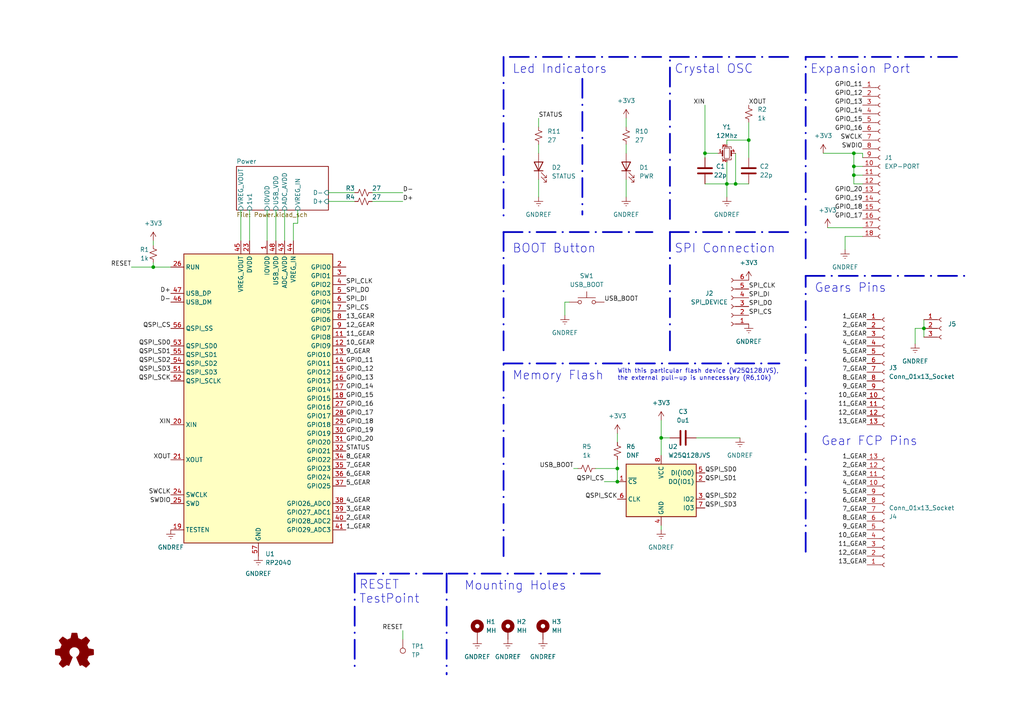
<source format=kicad_sch>
(kicad_sch (version 20230121) (generator eeschema)
  (paper "A4")
  (title_block (title "CAE32 Shifter") (date "2023-09-03") (rev "1.1") (comment 1 "Desing by: janc18"))
  (lib_symbols
    (symbol "Connector:Conn_01x03_Socket" (pin_names (offset 1.016) hide)
      (property "Reference" "J" (at 0 5.08 0))
      (property "Value" "Conn_01x03_Socket" (at 0 -5.08 0))
      (symbol "Conn_01x03_Socket_1_1"
        (arc (start 0 -2.032) (mid -0.5058 -2.54) (end 0 -3.048) (stroke (width 0.1524)))
        (polyline (pts (xy -1.27 -2.54) (xy -0.508 -2.54)) (stroke (width 0.1524)))
        (polyline (pts (xy -1.27 0) (xy -0.508 0)) (stroke (width 0.1524)))
        (polyline (pts (xy -1.27 2.54) (xy -0.508 2.54)) (stroke (width 0.1524)))
        (arc (start 0 0.508) (mid -0.5058 0) (end 0 -0.508) (stroke (width 0.1524)))
        (arc (start 0 3.048) (mid -0.5058 2.54) (end 0 2.032) (stroke (width 0.1524)))
        (pin passive line (at -5.08 2.54 0) (length 3.81) (name "Pin_1") (number "1"))
        (pin passive line (at -5.08 0 0) (length 3.81) (name "Pin_2") (number "2"))
        (pin passive line (at -5.08 -2.54 0) (length 3.81) (name "Pin_3") (number "3"))
      )
    )
    (symbol "Connector:Conn_01x06_Female" (pin_names (offset 1.016) hide)
      (property "Reference" "J" (at 0 7.62 0))
      (property "Value" "Conn_01x06_Female" (at 0 -10.16 0))
      (symbol "Conn_01x06_Female_1_1"
        (arc (start 0 -7.112) (mid -0.5058 -7.62) (end 0 -8.128) (stroke (width 0.1524)))
        (arc (start 0 -4.572) (mid -0.5058 -5.08) (end 0 -5.588) (stroke (width 0.1524)))
        (arc (start 0 -2.032) (mid -0.5058 -2.54) (end 0 -3.048) (stroke (width 0.1524)))
        (polyline (pts (xy -1.27 -7.62) (xy -0.508 -7.62)) (stroke (width 0.1524)))
        (polyline (pts (xy -1.27 -5.08) (xy -0.508 -5.08)) (stroke (width 0.1524)))
        (polyline (pts (xy -1.27 -2.54) (xy -0.508 -2.54)) (stroke (width 0.1524)))
        (polyline (pts (xy -1.27 0) (xy -0.508 0)) (stroke (width 0.1524)))
        (polyline (pts (xy -1.27 2.54) (xy -0.508 2.54)) (stroke (width 0.1524)))
        (polyline (pts (xy -1.27 5.08) (xy -0.508 5.08)) (stroke (width 0.1524)))
        (arc (start 0 0.508) (mid -0.5058 0) (end 0 -0.508) (stroke (width 0.1524)))
        (arc (start 0 3.048) (mid -0.5058 2.54) (end 0 2.032) (stroke (width 0.1524)))
        (arc (start 0 5.588) (mid -0.5058 5.08) (end 0 4.572) (stroke (width 0.1524)))
        (pin passive line (at -5.08 5.08 0) (length 3.81) (name "Pin_1") (number "1"))
        (pin passive line (at -5.08 2.54 0) (length 3.81) (name "Pin_2") (number "2"))
        (pin passive line (at -5.08 0 0) (length 3.81) (name "Pin_3") (number "3"))
        (pin passive line (at -5.08 -2.54 0) (length 3.81) (name "Pin_4") (number "4"))
        (pin passive line (at -5.08 -5.08 0) (length 3.81) (name "Pin_5") (number "5"))
        (pin passive line (at -5.08 -7.62 0) (length 3.81) (name "Pin_6") (number "6"))
      )
    )
    (symbol "Connector:Conn_01x13_Socket" (pin_names (offset 1.016) hide)
      (property "Reference" "J" (at 0 17.78 0))
      (property "Value" "Conn_01x13_Socket" (at 0 -17.78 0))
      (symbol "Conn_01x13_Socket_1_1"
        (arc (start 0 -14.732) (mid -0.5058 -15.24) (end 0 -15.748) (stroke (width 0.1524)))
        (arc (start 0 -12.192) (mid -0.5058 -12.7) (end 0 -13.208) (stroke (width 0.1524)))
        (arc (start 0 -9.652) (mid -0.5058 -10.16) (end 0 -10.668) (stroke (width 0.1524)))
        (arc (start 0 -7.112) (mid -0.5058 -7.62) (end 0 -8.128) (stroke (width 0.1524)))
        (arc (start 0 -4.572) (mid -0.5058 -5.08) (end 0 -5.588) (stroke (width 0.1524)))
        (arc (start 0 -2.032) (mid -0.5058 -2.54) (end 0 -3.048) (stroke (width 0.1524)))
        (polyline (pts (xy -1.27 -15.24) (xy -0.508 -15.24)) (stroke (width 0.1524)))
        (polyline (pts (xy -1.27 -12.7) (xy -0.508 -12.7)) (stroke (width 0.1524)))
        (polyline (pts (xy -1.27 -10.16) (xy -0.508 -10.16)) (stroke (width 0.1524)))
        (polyline (pts (xy -1.27 -7.62) (xy -0.508 -7.62)) (stroke (width 0.1524)))
        (polyline (pts (xy -1.27 -5.08) (xy -0.508 -5.08)) (stroke (width 0.1524)))
        (polyline (pts (xy -1.27 -2.54) (xy -0.508 -2.54)) (stroke (width 0.1524)))
        (polyline (pts (xy -1.27 0) (xy -0.508 0)) (stroke (width 0.1524)))
        (polyline (pts (xy -1.27 2.54) (xy -0.508 2.54)) (stroke (width 0.1524)))
        (polyline (pts (xy -1.27 5.08) (xy -0.508 5.08)) (stroke (width 0.1524)))
        (polyline (pts (xy -1.27 7.62) (xy -0.508 7.62)) (stroke (width 0.1524)))
        (polyline (pts (xy -1.27 10.16) (xy -0.508 10.16)) (stroke (width 0.1524)))
        (polyline (pts (xy -1.27 12.7) (xy -0.508 12.7)) (stroke (width 0.1524)))
        (polyline (pts (xy -1.27 15.24) (xy -0.508 15.24)) (stroke (width 0.1524)))
        (arc (start 0 0.508) (mid -0.5058 0) (end 0 -0.508) (stroke (width 0.1524)))
        (arc (start 0 3.048) (mid -0.5058 2.54) (end 0 2.032) (stroke (width 0.1524)))
        (arc (start 0 5.588) (mid -0.5058 5.08) (end 0 4.572) (stroke (width 0.1524)))
        (arc (start 0 8.128) (mid -0.5058 7.62) (end 0 7.112) (stroke (width 0.1524)))
        (arc (start 0 10.668) (mid -0.5058 10.16) (end 0 9.652) (stroke (width 0.1524)))
        (arc (start 0 13.208) (mid -0.5058 12.7) (end 0 12.192) (stroke (width 0.1524)))
        (arc (start 0 15.748) (mid -0.5058 15.24) (end 0 14.732) (stroke (width 0.1524)))
        (pin passive line (at -5.08 15.24 0) (length 3.81) (name "Pin_1") (number "1"))
        (pin passive line (at -5.08 -7.62 0) (length 3.81) (name "Pin_10") (number "10"))
        (pin passive line (at -5.08 -10.16 0) (length 3.81) (name "Pin_11") (number "11"))
        (pin passive line (at -5.08 -12.7 0) (length 3.81) (name "Pin_12") (number "12"))
        (pin passive line (at -5.08 -15.24 0) (length 3.81) (name "Pin_13") (number "13"))
        (pin passive line (at -5.08 12.7 0) (length 3.81) (name "Pin_2") (number "2"))
        (pin passive line (at -5.08 10.16 0) (length 3.81) (name "Pin_3") (number "3"))
        (pin passive line (at -5.08 7.62 0) (length 3.81) (name "Pin_4") (number "4"))
        (pin passive line (at -5.08 5.08 0) (length 3.81) (name "Pin_5") (number "5"))
        (pin passive line (at -5.08 2.54 0) (length 3.81) (name "Pin_6") (number "6"))
        (pin passive line (at -5.08 0 0) (length 3.81) (name "Pin_7") (number "7"))
        (pin passive line (at -5.08 -2.54 0) (length 3.81) (name "Pin_8") (number "8"))
        (pin passive line (at -5.08 -5.08 0) (length 3.81) (name "Pin_9") (number "9"))
      )
    )
    (symbol "Connector:Conn_01x18_Female" (pin_names (offset 1.016) hide)
      (property "Reference" "J" (at 0 22.86 0))
      (property "Value" "Conn_01x18_Female" (at 0 -25.4 0))
      (symbol "Conn_01x18_Female_1_1"
        (arc (start 0 -22.352) (mid -0.5058 -22.86) (end 0 -23.368) (stroke (width 0.1524)))
        (arc (start 0 -19.812) (mid -0.5058 -20.32) (end 0 -20.828) (stroke (width 0.1524)))
        (arc (start 0 -17.272) (mid -0.5058 -17.78) (end 0 -18.288) (stroke (width 0.1524)))
        (arc (start 0 -14.732) (mid -0.5058 -15.24) (end 0 -15.748) (stroke (width 0.1524)))
        (arc (start 0 -12.192) (mid -0.5058 -12.7) (end 0 -13.208) (stroke (width 0.1524)))
        (arc (start 0 -9.652) (mid -0.5058 -10.16) (end 0 -10.668) (stroke (width 0.1524)))
        (arc (start 0 -7.112) (mid -0.5058 -7.62) (end 0 -8.128) (stroke (width 0.1524)))
        (arc (start 0 -4.572) (mid -0.5058 -5.08) (end 0 -5.588) (stroke (width 0.1524)))
        (arc (start 0 -2.032) (mid -0.5058 -2.54) (end 0 -3.048) (stroke (width 0.1524)))
        (polyline (pts (xy -1.27 -22.86) (xy -0.508 -22.86)) (stroke (width 0.1524)))
        (polyline (pts (xy -1.27 -20.32) (xy -0.508 -20.32)) (stroke (width 0.1524)))
        (polyline (pts (xy -1.27 -17.78) (xy -0.508 -17.78)) (stroke (width 0.1524)))
        (polyline (pts (xy -1.27 -15.24) (xy -0.508 -15.24)) (stroke (width 0.1524)))
        (polyline (pts (xy -1.27 -12.7) (xy -0.508 -12.7)) (stroke (width 0.1524)))
        (polyline (pts (xy -1.27 -10.16) (xy -0.508 -10.16)) (stroke (width 0.1524)))
        (polyline (pts (xy -1.27 -7.62) (xy -0.508 -7.62)) (stroke (width 0.1524)))
        (polyline (pts (xy -1.27 -5.08) (xy -0.508 -5.08)) (stroke (width 0.1524)))
        (polyline (pts (xy -1.27 -2.54) (xy -0.508 -2.54)) (stroke (width 0.1524)))
        (polyline (pts (xy -1.27 0) (xy -0.508 0)) (stroke (width 0.1524)))
        (polyline (pts (xy -1.27 2.54) (xy -0.508 2.54)) (stroke (width 0.1524)))
        (polyline (pts (xy -1.27 5.08) (xy -0.508 5.08)) (stroke (width 0.1524)))
        (polyline (pts (xy -1.27 7.62) (xy -0.508 7.62)) (stroke (width 0.1524)))
        (polyline (pts (xy -1.27 10.16) (xy -0.508 10.16)) (stroke (width 0.1524)))
        (polyline (pts (xy -1.27 12.7) (xy -0.508 12.7)) (stroke (width 0.1524)))
        (polyline (pts (xy -1.27 15.24) (xy -0.508 15.24)) (stroke (width 0.1524)))
        (polyline (pts (xy -1.27 17.78) (xy -0.508 17.78)) (stroke (width 0.1524)))
        (polyline (pts (xy -1.27 20.32) (xy -0.508 20.32)) (stroke (width 0.1524)))
        (arc (start 0 0.508) (mid -0.5058 0) (end 0 -0.508) (stroke (width 0.1524)))
        (arc (start 0 3.048) (mid -0.5058 2.54) (end 0 2.032) (stroke (width 0.1524)))
        (arc (start 0 5.588) (mid -0.5058 5.08) (end 0 4.572) (stroke (width 0.1524)))
        (arc (start 0 8.128) (mid -0.5058 7.62) (end 0 7.112) (stroke (width 0.1524)))
        (arc (start 0 10.668) (mid -0.5058 10.16) (end 0 9.652) (stroke (width 0.1524)))
        (arc (start 0 13.208) (mid -0.5058 12.7) (end 0 12.192) (stroke (width 0.1524)))
        (arc (start 0 15.748) (mid -0.5058 15.24) (end 0 14.732) (stroke (width 0.1524)))
        (arc (start 0 18.288) (mid -0.5058 17.78) (end 0 17.272) (stroke (width 0.1524)))
        (arc (start 0 20.828) (mid -0.5058 20.32) (end 0 19.812) (stroke (width 0.1524)))
        (pin passive line (at -5.08 20.32 0) (length 3.81) (name "Pin_1") (number "1"))
        (pin passive line (at -5.08 -2.54 0) (length 3.81) (name "Pin_10") (number "10"))
        (pin passive line (at -5.08 -5.08 0) (length 3.81) (name "Pin_11") (number "11"))
        (pin passive line (at -5.08 -7.62 0) (length 3.81) (name "Pin_12") (number "12"))
        (pin passive line (at -5.08 -10.16 0) (length 3.81) (name "Pin_13") (number "13"))
        (pin passive line (at -5.08 -12.7 0) (length 3.81) (name "Pin_14") (number "14"))
        (pin passive line (at -5.08 -15.24 0) (length 3.81) (name "Pin_15") (number "15"))
        (pin passive line (at -5.08 -17.78 0) (length 3.81) (name "Pin_16") (number "16"))
        (pin passive line (at -5.08 -20.32 0) (length 3.81) (name "Pin_17") (number "17"))
        (pin passive line (at -5.08 -22.86 0) (length 3.81) (name "Pin_18") (number "18"))
        (pin passive line (at -5.08 17.78 0) (length 3.81) (name "Pin_2") (number "2"))
        (pin passive line (at -5.08 15.24 0) (length 3.81) (name "Pin_3") (number "3"))
        (pin passive line (at -5.08 12.7 0) (length 3.81) (name "Pin_4") (number "4"))
        (pin passive line (at -5.08 10.16 0) (length 3.81) (name "Pin_5") (number "5"))
        (pin passive line (at -5.08 7.62 0) (length 3.81) (name "Pin_6") (number "6"))
        (pin passive line (at -5.08 5.08 0) (length 3.81) (name "Pin_7") (number "7"))
        (pin passive line (at -5.08 2.54 0) (length 3.81) (name "Pin_8") (number "8"))
        (pin passive line (at -5.08 0 0) (length 3.81) (name "Pin_9") (number "9"))
      )
    )
    (symbol "Connector:TestPoint" (pin_numbers hide) (pin_names (offset 0.762) hide)
      (property "Reference" "TP" (at 0 6.858 0))
      (property "Value" "TestPoint" (at 0 5.08 0))
      (symbol "TestPoint_0_1"
        (circle (center 0 3.302) (radius 0.762))
      )
      (symbol "TestPoint_1_1"
        (pin passive line (at 0 0 90) (length 2.54) (name "1") (number "1"))
      )
    )
    (symbol "Device:C" (pin_numbers hide) (pin_names (offset 0.254))
      (property "Reference" "C" (at 0.635 2.54 0))
      (property "Value" "C" (at 0.635 -2.54 0))
      (symbol "C_0_1"
        (polyline (pts (xy -2.032 -0.762) (xy 2.032 -0.762)) (stroke (width 0.508)))
        (polyline (pts (xy -2.032 0.762) (xy 2.032 0.762)) (stroke (width 0.508)))
      )
      (symbol "C_1_1"
        (pin passive line (at 0 3.81 270) (length 2.794) (name "~") (number "1"))
        (pin passive line (at 0 -3.81 90) (length 2.794) (name "~") (number "2"))
      )
    )
    (symbol "Device:Crystal_GND23_Small" (pin_names (offset 1.016) hide)
      (property "Reference" "Y" (at 1.27 4.445 0))
      (property "Value" "Crystal_GND23_Small" (at 1.27 2.54 0))
      (symbol "Crystal_GND23_Small_0_1"
        (rectangle (start -0.762 -1.524) (end 0.762 1.524))
        (polyline (pts (xy -1.27 -0.762) (xy -1.27 0.762)) (stroke (width 0.381)))
        (polyline (pts (xy 1.27 -0.762) (xy 1.27 0.762)) (stroke (width 0.381)))
        (polyline (pts (xy -1.27 -1.27) (xy -1.27 -1.905) (xy 1.27 -1.905) (xy 1.27 -1.27)))
        (polyline (pts (xy -1.27 1.27) (xy -1.27 1.905) (xy 1.27 1.905) (xy 1.27 1.27)))
      )
      (symbol "Crystal_GND23_Small_1_1"
        (pin passive line (at -2.54 0 0) (length 1.27) (name "1") (number "1"))
        (pin passive line (at 0 -2.54 90) (length 0.635) (name "2") (number "2"))
        (pin passive line (at 0 2.54 270) (length 0.635) (name "3") (number "3"))
        (pin passive line (at 2.54 0 180) (length 1.27) (name "4") (number "4"))
      )
    )
    (symbol "Device:LED" (pin_numbers hide) (pin_names (offset 1.016) hide)
      (property "Reference" "D" (at 0 2.54 0))
      (property "Value" "LED" (at 0 -2.54 0))
      (symbol "LED_0_1"
        (polyline (pts (xy -1.27 -1.27) (xy -1.27 1.27)) (stroke (width 0.254)))
        (polyline (pts (xy -1.27 0) (xy 1.27 0)))
        (polyline (pts (xy 1.27 -1.27) (xy 1.27 1.27) (xy -1.27 0) (xy 1.27 -1.27)) (stroke (width 0.254)))
        (polyline (pts (xy -3.048 -0.762) (xy -4.572 -2.286) (xy -3.81 -2.286) (xy -4.572 -2.286) (xy -4.572 -1.524)))
        (polyline (pts (xy -1.778 -0.762) (xy -3.302 -2.286) (xy -2.54 -2.286) (xy -3.302 -2.286) (xy -3.302 -1.524)))
      )
      (symbol "LED_1_1"
        (pin passive line (at -3.81 0 0) (length 2.54) (name "K") (number "1"))
        (pin passive line (at 3.81 0 180) (length 2.54) (name "A") (number "2"))
      )
    )
    (symbol "Device:R_Small_US" (pin_numbers hide) (pin_names (offset 0.254) hide)
      (property "Reference" "R" (at 0.762 0.508 0))
      (property "Value" "R_Small_US" (at 0.762 -1.016 0))
      (symbol "R_Small_US_1_1"
        (polyline (pts (xy 0 0) (xy 1.016 -0.381) (xy 0 -0.762) (xy -1.016 -1.143) (xy 0 -1.524)))
        (polyline (pts (xy 0 1.524) (xy 1.016 1.143) (xy 0 0.762) (xy -1.016 0.381) (xy 0 0)))
        (pin passive line (at 0 2.54 270) (length 1.016) (name "~") (number "1"))
        (pin passive line (at 0 -2.54 90) (length 1.016) (name "~") (number "2"))
      )
    )
    (symbol "Graphic:Logo_Open_Hardware_Small" (in_bom no) (on_board no)
      (symbol "Logo_Open_Hardware_Small_0_1"
        (polyline (pts (xy 3.3528 -4.3434) (xy 3.302 -4.318) (xy 3.175 -4.2418) (xy 2.9972 -4.1148) (xy 2.7686 -3.9624) (xy 2.54 -3.81) (xy 2.3622 -3.7084) (xy 2.2352 -3.6068) (xy 2.1844 -3.5814) (xy 2.159 -3.6068) (xy 2.0574 -3.6576) (xy 1.905 -3.7338) (xy 1.8034 -3.7846) (xy 1.6764 -3.8354) (xy 1.6002 -3.8354) (xy 1.6002 -3.8354) (xy 1.5494 -3.7338) (xy 1.4732 -3.5306) (xy 1.3462 -3.302) (xy 1.2446 -3.0226) (xy 1.1176 -2.7178) (xy 0.9652 -2.413) (xy 0.8636 -2.1082) (xy 0.7366 -1.8288) (xy 0.6604 -1.6256) (xy 0.6096 -1.4732) (xy 0.5842 -1.397) (xy 0.5842 -1.397) (xy 0.6604 -1.3208) (xy 0.7874 -1.2446) (xy 1.0414 -1.016) (xy 1.2954 -0.6858) (xy 1.4478 -0.3302) (xy 1.524 0.0762) (xy 1.4732 0.4572) (xy 1.3208 0.8128) (xy 1.0668 1.143) (xy 0.762 1.3716) (xy 0.4064 1.524) (xy 0 1.5748) (xy -0.381 1.5494) (xy -0.7366 1.397) (xy -1.0668 1.143) (xy -1.2192 0.9906) (xy -1.397 0.6604) (xy -1.524 0.3048) (xy -1.524 0.2286) (xy -1.4986 -0.1778) (xy -1.397 -0.5334) (xy -1.1938 -0.8636) (xy -0.9144 -1.143) (xy -0.8636 -1.1684) (xy -0.7366 -1.27) (xy -0.635 -1.3462) (xy -0.5842 -1.397) (xy -1.0668 -2.5908) (xy -1.143 -2.794) (xy -1.2954 -3.1242) (xy -1.397 -3.4036) (xy -1.4986 -3.6322) (xy -1.5748 -3.7846) (xy -1.6002 -3.8354) (xy -1.6002 -3.8354) (xy -1.651 -3.8354) (xy -1.7272 -3.81) (xy -1.905 -3.7338) (xy -2.0066 -3.683) (xy -2.1336 -3.6068) (xy -2.2098 -3.5814) (xy -2.2606 -3.6068) (xy -2.3622 -3.683) (xy -2.54 -3.81) (xy -2.7686 -3.9624) (xy -2.9718 -4.0894) (xy -3.1496 -4.2164) (xy -3.302 -4.318) (xy -3.3528 -4.3434) (xy -3.3782 -4.3434) (xy -3.429 -4.318) (xy -3.5306 -4.2164) (xy -3.7084 -4.064) (xy -3.937 -3.8354) (xy -3.9624 -3.81) (xy -4.1656 -3.6068) (xy -4.318 -3.4544) (xy -4.4196 -3.3274) (xy -4.445 -3.2766) (xy -4.445 -3.2766) (xy -4.4196 -3.2258) (xy -4.318 -3.0734) (xy -4.2164 -2.8956) (xy -4.064 -2.667) (xy -3.6576 -2.0828) (xy -3.8862 -1.5494) (xy -3.937 -1.3716) (xy -4.0386 -1.1684) (xy -4.0894 -1.0414) (xy -4.1148 -0.9652) (xy -4.191 -0.9398) (xy -4.318 -0.9144) (xy -4.5466 -0.8636) (xy -4.8006 -0.8128) (xy -5.0546 -0.7874) (xy -5.2578 -0.7366) (xy -5.4356 -0.7112) (xy -5.5118 -0.6858) (xy -5.5118 -0.6858) (xy -5.5372 -0.635) (xy -5.5372 -0.5588) (xy -5.5372 -0.4318) (xy -5.5626 -0.2286) (xy -5.5626 0.0762) (xy -5.5626 0.127) (xy -5.5372 0.4064) (xy -5.5372 0.635) (xy -5.5372 0.762) (xy -5.5372 0.8382) (xy -5.5372 0.8382) (xy -5.461 0.8382) (xy -5.3086 0.889) (xy -5.08 0.9144) (xy -4.826 0.9652) (xy -4.8006 0.9906) (xy -4.5466 1.0414) (xy -4.318 1.0668) (xy -4.1656 1.1176) (xy -4.0894 1.143) (xy -4.0894 1.143) (xy -4.0386 1.2446) (xy -3.9624 1.4224) (xy -3.8608 1.6256) (xy -3.7846 1.8288) (xy -3.7084 2.0066) (xy -3.6576 2.159) (xy -3.6322 2.2098) (xy -3.6322 2.2098) (xy -3.683 2.286) (xy -3.7592 2.413) (xy -3.8862 2.5908) (xy -4.064 2.8194) (xy -4.064 2.8448) (xy -4.2164 3.0734) (xy -4.3434 3.2512) (xy -4.4196 3.3782) (xy -4.445 3.4544) (xy -4.445 3.4544) (xy -4.3942 3.5052) (xy -4.2926 3.6322) (xy -4.1148 3.81) (xy -3.937 4.0132) (xy -3.8608 4.064) (xy -3.6576 4.2926) (xy -3.5052 4.4196) (xy -3.4036 4.4958) (xy -3.3528 4.5212) (xy -3.3528 4.5212) (xy -3.302 4.4704) (xy -3.1496 4.3688) (xy -2.9718 4.2418) (xy -2.7432 4.0894) (xy -2.7178 4.0894) (xy -2.4892 3.937) (xy -2.3114 3.81) (xy -2.1844 3.7084) (xy -2.1336 3.683) (xy -2.1082 3.683) (xy -2.032 3.7084) (xy -1.8542 3.7592) (xy -1.6764 3.8354) (xy -1.4732 3.937) (xy -1.27 4.0132) (xy -1.143 4.064) (xy -1.0668 4.1148) (xy -1.0668 4.1148) (xy -1.0414 4.191) (xy -1.016 4.3434) (xy -0.9652 4.572) (xy -0.9144 4.8514) (xy -0.889 4.9022) (xy -0.8382 5.1562) (xy -0.8128 5.3848) (xy -0.7874 5.5372) (xy -0.762 5.588) (xy -0.7112 5.6134) (xy -0.5842 5.6134) (xy -0.4064 5.6134) (xy -0.1524 5.6134) (xy 0.0762 5.6134) (xy 0.3302 5.6134) (xy 0.5334 5.6134) (xy 0.6858 5.588) (xy 0.7366 5.588) (xy 0.7366 5.588) (xy 0.762 5.5118) (xy 0.8128 5.334) (xy 0.8382 5.1054) (xy 0.9144 4.826) (xy 0.9144 4.7752) (xy 0.9652 4.5212) (xy 1.016 4.2926) (xy 1.0414 4.1402) (xy 1.0668 4.0894) (xy 1.0668 4.0894) (xy 1.1938 4.0386) (xy 1.3716 3.9624) (xy 1.5748 3.8608) (xy 2.0828 3.6576) (xy 2.7178 4.0894) (xy 2.7686 4.1402) (xy 2.9972 4.2926) (xy 3.175 4.4196) (xy 3.302 4.4958) (xy 3.3782 4.5212) (xy 3.3782 4.5212) (xy 3.429 4.4704) (xy 3.556 4.3434) (xy 3.7338 4.191) (xy 3.9116 3.9878) (xy 4.064 3.8354) (xy 4.2418 3.6576) (xy 4.3434 3.556) (xy 4.4196 3.4798) (xy 4.4196 3.429) (xy 4.4196 3.4036) (xy 4.3942 3.3274) (xy 4.2926 3.2004) (xy 4.1656 2.9972) (xy 4.0132 2.794) (xy 3.8862 2.5908) (xy 3.7592 2.3876) (xy 3.6576 2.2352) (xy 3.6322 2.159) (xy 3.6322 2.1336) (xy 3.683 2.0066) (xy 3.7592 1.8288) (xy 3.8608 1.6002) (xy 4.064 1.1176) (xy 4.3942 1.0414) (xy 4.5974 1.016) (xy 4.8768 0.9652) (xy 5.1308 0.9144) (xy 5.5372 0.8382) (xy 5.5626 -0.6604) (xy 5.4864 -0.6858) (xy 5.4356 -0.6858) (xy 5.2832 -0.7366) (xy 5.0546 -0.762) (xy 4.8006 -0.8128) (xy 4.5974 -0.8636) (xy 4.3688 -0.9144) (xy 4.2164 -0.9398) (xy 4.1402 -0.9398) (xy 4.1148 -0.9652) (xy 4.064 -1.0668) (xy 3.9878 -1.2446) (xy 3.9116 -1.4478) (xy 3.81 -1.651) (xy 3.7338 -1.8542) (xy 3.683 -2.0066) (xy 3.6576 -2.0828) (xy 3.683 -2.1336) (xy 3.7846 -2.2606) (xy 3.8862 -2.4638) (xy 4.0386 -2.667) (xy 4.191 -2.8956) (xy 4.318 -3.0734) (xy 4.3942 -3.2004) (xy 4.445 -3.2766) (xy 4.4196 -3.3274) (xy 4.3434 -3.429) (xy 4.1656 -3.5814) (xy 3.937 -3.8354) (xy 3.8862 -3.8608) (xy 3.683 -4.064) (xy 3.5306 -4.2164) (xy 3.4036 -4.318) (xy 3.3528 -4.3434)) (fill (type outline)))
      )
    )
    (symbol "MCU_RaspberryPi:RP2040"
      (property "Reference" "U" (at 17.78 45.72 0))
      (property "Value" "RP2040" (at 17.78 43.18 0))
      (symbol "RP2040_0_1"
        (rectangle (start -21.59 41.91) (end 21.59 -41.91) (stroke (width 0.254)) (fill (type background)))
      )
      (symbol "RP2040_1_1"
        (pin power_in line (at 2.54 45.72 270) (length 3.81) (name "IOVDD") (number "1"))
        (pin passive line (at 2.54 45.72 270) (length 3.81) hide (name "IOVDD") (number "10"))
        (pin bidirectional line (at 25.4 17.78 180) (length 3.81) (name "GPIO8") (number "11"))
        (pin bidirectional line (at 25.4 15.24 180) (length 3.81) (name "GPIO9") (number "12"))
        (pin bidirectional line (at 25.4 12.7 180) (length 3.81) (name "GPIO10") (number "13"))
        (pin bidirectional line (at 25.4 10.16 180) (length 3.81) (name "GPIO11") (number "14"))
        (pin bidirectional line (at 25.4 7.62 180) (length 3.81) (name "GPIO12") (number "15"))
        (pin bidirectional line (at 25.4 5.08 180) (length 3.81) (name "GPIO13") (number "16"))
        (pin bidirectional line (at 25.4 2.54 180) (length 3.81) (name "GPIO14") (number "17"))
        (pin bidirectional line (at 25.4 0 180) (length 3.81) (name "GPIO15") (number "18"))
        (pin input line (at -25.4 -38.1 0) (length 3.81) (name "TESTEN") (number "19"))
        (pin bidirectional line (at 25.4 38.1 180) (length 3.81) (name "GPIO0") (number "2"))
        (pin input line (at -25.4 -7.62 0) (length 3.81) (name "XIN") (number "20"))
        (pin passive line (at -25.4 -17.78 0) (length 3.81) (name "XOUT") (number "21"))
        (pin passive line (at 2.54 45.72 270) (length 3.81) hide (name "IOVDD") (number "22"))
        (pin power_in line (at -2.54 45.72 270) (length 3.81) (name "DVDD") (number "23"))
        (pin output line (at -25.4 -27.94 0) (length 3.81) (name "SWCLK") (number "24"))
        (pin bidirectional line (at -25.4 -30.48 0) (length 3.81) (name "SWD") (number "25"))
        (pin input line (at -25.4 38.1 0) (length 3.81) (name "RUN") (number "26"))
        (pin bidirectional line (at 25.4 -2.54 180) (length 3.81) (name "GPIO16") (number "27"))
        (pin bidirectional line (at 25.4 -5.08 180) (length 3.81) (name "GPIO17") (number "28"))
        (pin bidirectional line (at 25.4 -7.62 180) (length 3.81) (name "GPIO18") (number "29"))
        (pin bidirectional line (at 25.4 35.56 180) (length 3.81) (name "GPIO1") (number "3"))
        (pin bidirectional line (at 25.4 -10.16 180) (length 3.81) (name "GPIO19") (number "30"))
        (pin bidirectional line (at 25.4 -12.7 180) (length 3.81) (name "GPIO20") (number "31"))
        (pin bidirectional line (at 25.4 -15.24 180) (length 3.81) (name "GPIO21") (number "32"))
        (pin passive line (at 2.54 45.72 270) (length 3.81) hide (name "IOVDD") (number "33"))
        (pin bidirectional line (at 25.4 -17.78 180) (length 3.81) (name "GPIO22") (number "34"))
        (pin bidirectional line (at 25.4 -20.32 180) (length 3.81) (name "GPIO23") (number "35"))
        (pin bidirectional line (at 25.4 -22.86 180) (length 3.81) (name "GPIO24") (number "36"))
        (pin bidirectional line (at 25.4 -25.4 180) (length 3.81) (name "GPIO25") (number "37"))
        (pin bidirectional line (at 25.4 -30.48 180) (length 3.81) (name "GPIO26_ADC0") (number "38"))
        (pin bidirectional line (at 25.4 -33.02 180) (length 3.81) (name "GPIO27_ADC1") (number "39"))
        (pin bidirectional line (at 25.4 33.02 180) (length 3.81) (name "GPIO2") (number "4"))
        (pin bidirectional line (at 25.4 -35.56 180) (length 3.81) (name "GPIO28_ADC2") (number "40"))
        (pin bidirectional line (at 25.4 -38.1 180) (length 3.81) (name "GPIO29_ADC3") (number "41"))
        (pin passive line (at 2.54 45.72 270) (length 3.81) hide (name "IOVDD") (number "42"))
        (pin power_in line (at 7.62 45.72 270) (length 3.81) (name "ADC_AVDD") (number "43"))
        (pin power_in line (at 10.16 45.72 270) (length 3.81) (name "VREG_IN") (number "44"))
        (pin power_out line (at -5.08 45.72 270) (length 3.81) (name "VREG_VOUT") (number "45"))
        (pin bidirectional line (at -25.4 27.94 0) (length 3.81) (name "USB_DM") (number "46"))
        (pin bidirectional line (at -25.4 30.48 0) (length 3.81) (name "USB_DP") (number "47"))
        (pin power_in line (at 5.08 45.72 270) (length 3.81) (name "USB_VDD") (number "48"))
        (pin passive line (at 2.54 45.72 270) (length 3.81) hide (name "IOVDD") (number "49"))
        (pin bidirectional line (at 25.4 30.48 180) (length 3.81) (name "GPIO3") (number "5"))
        (pin passive line (at -2.54 45.72 270) (length 3.81) hide (name "DVDD") (number "50"))
        (pin bidirectional line (at -25.4 7.62 0) (length 3.81) (name "QSPI_SD3") (number "51"))
        (pin output line (at -25.4 5.08 0) (length 3.81) (name "QSPI_SCLK") (number "52"))
        (pin bidirectional line (at -25.4 15.24 0) (length 3.81) (name "QSPI_SD0") (number "53"))
        (pin bidirectional line (at -25.4 10.16 0) (length 3.81) (name "QSPI_SD2") (number "54"))
        (pin bidirectional line (at -25.4 12.7 0) (length 3.81) (name "QSPI_SD1") (number "55"))
        (pin bidirectional line (at -25.4 20.32 0) (length 3.81) (name "QSPI_SS") (number "56"))
        (pin power_in line (at 0 -45.72 90) (length 3.81) (name "GND") (number "57"))
        (pin bidirectional line (at 25.4 27.94 180) (length 3.81) (name "GPIO4") (number "6"))
        (pin bidirectional line (at 25.4 25.4 180) (length 3.81) (name "GPIO5") (number "7"))
        (pin bidirectional line (at 25.4 22.86 180) (length 3.81) (name "GPIO6") (number "8"))
        (pin bidirectional line (at 25.4 20.32 180) (length 3.81) (name "GPIO7") (number "9"))
      )
    )
    (symbol "Mechanical:MountingHole_Pad" (pin_numbers hide) (pin_names (offset 1.016) hide)
      (property "Reference" "H" (at 0 6.35 0))
      (property "Value" "MountingHole_Pad" (at 0 4.445 0))
      (symbol "MountingHole_Pad_0_1"
        (circle (center 0 1.27) (radius 1.27) (stroke (width 1.27)))
      )
      (symbol "MountingHole_Pad_1_1"
        (pin input line (at 0 -2.54 90) (length 2.54) (name "1") (number "1"))
      )
    )
    (symbol "Memory_Flash:W25Q128JVS"
      (property "Reference" "U" (at -8.89 8.89 0))
      (property "Value" "W25Q128JVS" (at 7.62 8.89 0))
      (symbol "W25Q128JVS_0_1"
        (rectangle (start -10.16 7.62) (end 10.16 -7.62) (stroke (width 0.254)) (fill (type background)))
      )
      (symbol "W25Q128JVS_1_1"
        (pin input line (at -12.7 2.54 0) (length 2.54) (name "~{CS}") (number "1"))
        (pin bidirectional line (at 12.7 2.54 180) (length 2.54) (name "DO(IO1)") (number "2"))
        (pin bidirectional line (at 12.7 -2.54 180) (length 2.54) (name "IO2") (number "3"))
        (pin power_in line (at 0 -10.16 90) (length 2.54) (name "GND") (number "4"))
        (pin bidirectional line (at 12.7 5.08 180) (length 2.54) (name "DI(IO0)") (number "5"))
        (pin input line (at -12.7 -2.54 0) (length 2.54) (name "CLK") (number "6"))
        (pin bidirectional line (at 12.7 -5.08 180) (length 2.54) (name "IO3") (number "7"))
        (pin power_in line (at 0 10.16 270) (length 2.54) (name "VCC") (number "8"))
      )
    )
    (symbol "Switch:SW_Push" (pin_numbers hide) (pin_names (offset 1.016) hide)
      (property "Reference" "SW" (at 1.27 2.54 0))
      (property "Value" "SW_Push" (at 0 -1.524 0))
      (symbol "SW_Push_0_1"
        (circle (center -2.032 0) (radius 0.508))
        (polyline (pts (xy 0 1.27) (xy 0 3.048)))
        (polyline (pts (xy 2.54 1.27) (xy -2.54 1.27)))
        (circle (center 2.032 0) (radius 0.508))
        (pin passive line (at -5.08 0 0) (length 2.54) (name "1") (number "1"))
        (pin passive line (at 5.08 0 180) (length 2.54) (name "2") (number "2"))
      )
    )
    (symbol "power:+3V3" (power) (pin_names (offset 0))
      (property "Value" "+3V3" (at 0 3.556 0))
      (symbol "+3V3_0_1"
        (polyline (pts (xy -0.762 1.27) (xy 0 2.54)))
        (polyline (pts (xy 0 0) (xy 0 2.54)))
        (polyline (pts (xy 0 2.54) (xy 0.762 1.27)))
      )
      (symbol "+3V3_1_1"
        (pin power_in line (at 0 0 90) (length 0) hide (name "+3V3") (number "1"))
      )
    )
    (symbol "power:GNDREF" (power) (pin_names (offset 0))
      (property "Value" "GNDREF" (at 0 -3.81 0))
      (symbol "GNDREF_0_1"
        (polyline (pts (xy -0.635 -1.905) (xy 0.635 -1.905)))
        (polyline (pts (xy -0.127 -2.54) (xy 0.127 -2.54)))
        (polyline (pts (xy 0 -1.27) (xy 0 0)))
        (polyline (pts (xy 1.27 -1.27) (xy -1.27 -1.27)))
      )
      (symbol "GNDREF_1_1"
        (pin power_in line (at 0 0 270) (length 0) hide (name "GNDREF") (number "1"))
      )
    )
  )
  (junction (at 267.97 95.25))
  (junction (at 213.36 53.34))
  (junction (at 247.65 50.8))
  (junction (at 210.82 53.34))
  (junction (at 204.47 44.45))
  (junction (at 191.77 127))
  (junction (at 247.65 44.45))
  (junction (at 179.07 135.89))
  (junction (at 179.07 139.7))
  (junction (at 247.65 48.26))
  (junction (at 217.17 40.64))
  (junction (at 44.45 77.47))
  (wire (pts (xy 213.36 53.34) (xy 217.17 53.34)))
  (wire (pts (xy 181.61 34.29) (xy 181.61 36.83)))
  (wire (pts (xy 165.1 87.63) (xy 163.83 87.63)))
  (wire (pts (xy 95.25 58.42) (xy 102.87 58.42)))
  (wire (pts (xy 250.19 68.58) (xy 245.11 68.58)))
  (wire (pts (xy 238.76 44.45) (xy 247.65 44.45)))
  (wire (pts (xy 85.09 69.85) (xy 85.09 64.77)))
  (wire (pts (xy 247.65 44.45) (xy 250.19 44.45)))
  (wire (pts (xy 179.07 139.7) (xy 179.07 135.89)))
  (polyline (pts (xy 146.05 101.6) (xy 146.05 67.31)) (stroke (width 0.5) (type dash_dot)))
  (wire (pts (xy 85.09 64.77) (xy 86.36 64.77)))
  (polyline (pts (xy 128.27 166.37) (xy 102.87 166.37)) (stroke (width 0.5) (type dash_dot)))
  (polyline (pts (xy 233.68 160.02) (xy 233.68 80.01)) (stroke (width 0.5) (type dash_dot)))
  (polyline (pts (xy 233.68 16.51) (xy 278.13 16.51)) (stroke (width 0.5) (type dash_dot)))
  (polyline (pts (xy 168.91 22.86) (xy 168.91 62.23)) (stroke (width 0.5) (type dash_dot)))
  (polyline (pts (xy 146.05 16.51) (xy 146.05 63.5)) (stroke (width 0.5) (type dash_dot)))
  (polyline (pts (xy 191.77 16.51) (xy 146.05 16.51)) (stroke (width 0.5) (type dash_dot)))
  (wire (pts (xy 245.11 68.58) (xy 245.11 72.39)))
  (polyline (pts (xy 129.54 166.37) (xy 129.54 195.58)) (stroke (width 0.5) (type dash_dot)))
  (wire (pts (xy 179.07 133.35) (xy 179.07 135.89)))
  (wire (pts (xy 175.26 139.7) (xy 179.07 139.7)))
  (wire (pts (xy 163.83 87.63) (xy 163.83 91.44)))
  (wire (pts (xy 166.37 135.89) (xy 167.64 135.89)))
  (wire (pts (xy 69.85 60.96) (xy 69.85 69.85)))
  (wire (pts (xy 179.07 135.89) (xy 172.72 135.89)))
  (wire (pts (xy 247.65 48.26) (xy 247.65 44.45)))
  (wire (pts (xy 181.61 52.07) (xy 181.61 57.15)))
  (wire (pts (xy 181.61 41.91) (xy 181.61 44.45)))
  (wire (pts (xy 210.82 41.91) (xy 210.82 40.64)))
  (wire (pts (xy 191.77 121.92) (xy 191.77 127)))
  (wire (pts (xy 204.47 44.45) (xy 204.47 45.72)))
  (wire (pts (xy 80.01 60.96) (xy 80.01 69.85)))
  (wire (pts (xy 210.82 46.99) (xy 210.82 53.34)))
  (polyline (pts (xy 194.31 16.51) (xy 228.6 16.51)) (stroke (width 0.5) (type dash_dot)))
  (polyline (pts (xy 194.31 67.31) (xy 194.31 102.87)) (stroke (width 0.5) (type dash_dot)))
  (wire (pts (xy 265.43 95.25) (xy 267.97 95.25)))
  (wire (pts (xy 156.21 52.07) (xy 156.21 57.15)))
  (wire (pts (xy 44.45 77.47) (xy 49.53 77.47)))
  (polyline (pts (xy 228.6 67.31) (xy 194.31 67.31)) (stroke (width 0.5) (type dash_dot)))
  (wire (pts (xy 247.65 50.8) (xy 247.65 48.26)))
  (wire (pts (xy 210.82 40.64) (xy 217.17 40.64)))
  (wire (pts (xy 204.47 30.48) (xy 204.47 44.45)))
  (polyline (pts (xy 173.99 166.37) (xy 129.54 166.37)) (stroke (width 0.5) (type dash_dot)))
  (wire (pts (xy 116.84 182.88) (xy 116.84 185.42)))
  (wire (pts (xy 217.17 40.64) (xy 217.17 35.56)))
  (wire (pts (xy 191.77 127) (xy 194.31 127)))
  (wire (pts (xy 247.65 53.34) (xy 247.65 50.8)))
  (wire (pts (xy 201.93 127) (xy 214.63 127)))
  (wire (pts (xy 250.19 66.04) (xy 240.03 66.04)))
  (wire (pts (xy 267.97 92.71) (xy 267.97 95.25)))
  (wire (pts (xy 44.45 76.2) (xy 44.45 77.47)))
  (wire (pts (xy 250.19 48.26) (xy 247.65 48.26)))
  (polyline (pts (xy 146.05 161.29) (xy 146.05 105.41)) (stroke (width 0.5) (type dash_dot)))
  (polyline (pts (xy 233.68 74.93) (xy 233.68 16.51)) (stroke (width 0.5) (type dash_dot)))
  (wire (pts (xy 210.82 53.34) (xy 210.82 57.15)))
  (wire (pts (xy 267.97 95.25) (xy 267.97 97.79)))
  (wire (pts (xy 107.95 55.88) (xy 116.84 55.88)))
  (wire (pts (xy 217.17 40.64) (xy 217.17 45.72)))
  (wire (pts (xy 38.1 77.47) (xy 44.45 77.47)))
  (wire (pts (xy 44.45 69.85) (xy 44.45 71.12)))
  (wire (pts (xy 204.47 44.45) (xy 208.28 44.45)))
  (wire (pts (xy 265.43 99.695) (xy 265.43 95.25)))
  (wire (pts (xy 213.36 44.45) (xy 213.36 53.34)))
  (wire (pts (xy 156.21 34.29) (xy 156.21 36.83)))
  (wire (pts (xy 77.47 60.96) (xy 77.47 69.85)))
  (wire (pts (xy 191.77 132.08) (xy 191.77 127)))
  (wire (pts (xy 250.19 53.34) (xy 247.65 53.34)))
  (wire (pts (xy 250.19 44.45) (xy 250.19 45.72)))
  (wire (pts (xy 179.07 125.73) (xy 179.07 128.27)))
  (wire (pts (xy 95.25 55.88) (xy 102.87 55.88)))
  (wire (pts (xy 210.82 53.34) (xy 213.36 53.34)))
  (wire (pts (xy 86.36 64.77) (xy 86.36 60.96)))
  (wire (pts (xy 204.47 53.34) (xy 210.82 53.34)))
  (wire (pts (xy 82.55 60.96) (xy 82.55 69.85)))
  (wire (pts (xy 250.19 50.8) (xy 247.65 50.8)))
  (wire (pts (xy 72.39 60.96) (xy 72.39 69.85)))
  (polyline (pts (xy 233.68 80.01) (xy 280.67 80.01)) (stroke (width 0.5) (type dash_dot)))
  (polyline (pts (xy 194.31 63.5) (xy 194.31 16.51)) (stroke (width 0.5) (type dash_dot)))
  (wire (pts (xy 107.95 58.42) (xy 116.84 58.42)))
  (polyline (pts (xy 146.05 105.41) (xy 226.06 105.41)) (stroke (width 0.5) (type dash_dot)))
  (polyline (pts (xy 102.87 166.37) (xy 102.87 194.31)) (stroke (width 0.5) (type dash_dot)))
  (wire (pts (xy 156.21 41.91) (xy 156.21 44.45)))
  (polyline (pts (xy 146.05 67.31) (xy 189.23 67.31)) (stroke (width 0.5) (type dash_dot)))
  (wire (pts (xy 191.77 152.4) (xy 191.77 153.67)))
  (text "Expansion Port" (at 234.95 21.59 0) (effects (font (size 2.54 2.54)) (justify left bottom)))
  (text "Crystal OSC" (at 195.58 21.59 0) (effects (font (size 2.54 2.54)) (justify left bottom)))
  (text "BOOT Button" (at 148.59 73.66 0) (effects (font (size 2.54 2.54)) (justify left bottom)))
  (text "Memory Flash" (at 148.59 110.49 0) (effects (font (size 2.54 2.54)) (justify left bottom)))
  (text "With this particular flash device (W25Q128JVS),\nthe external pull-up is unnecessary (R6,10k)" (at 179.07 110.49 0) (effects (font (size 1.27 1.27)) (justify left bottom)))
  (text "Gears Pins" (at 236.22 85.09 0) (effects (font (size 2.54 2.54)) (justify left bottom)))
  (text "SPI Connection" (at 195.58 73.66 0) (effects (font (size 2.54 2.54)) (justify left bottom)))
  (text "Mounting Holes" (at 134.62 171.45 0) (effects (font (size 2.54 2.54)) (justify left bottom)))
  (text "Led Indicators" (at 148.59 21.59 0) (effects (font (size 2.54 2.54)) (justify left bottom)))
  (text "RESET \nTestPoint" (at 104.14 175.26 0) (effects (font (size 2.54 2.54)) (justify left bottom)))
  (text " Gear FCP Pins" (at 236.22 129.54 0) (effects (font (size 2.54 2.54)) (justify left bottom)))
  (label "GPIO_13" (at 100.33 110.49 0))
  (label "11_GEAR" (at 251.46 118.11 180))
  (label "QSPI_SD1" (at 49.53 102.87 180))
  (label "GPIO_15" (at 100.33 115.57 0))
  (label "5_GEAR" (at 100.33 140.97 0))
  (label "QSPI_SD2" (at 204.47 144.78 0))
  (label "9_GEAR" (at 100.33 102.87 0))
  (label "7_GEAR" (at 100.33 135.89 0))
  (label "GPIO_18" (at 100.33 123.19 0))
  (label "12_GEAR" (at 100.33 95.25 0))
  (label "8_GEAR" (at 100.33 133.35 0))
  (label "STATUS" (at 156.21 34.29 0))
  (label "GPIO_14" (at 250.19 33.02 180))
  (label "D-" (at 49.53 87.63 180))
  (label "SWDIO" (at 49.53 146.05 180))
  (label "SPI_CLK" (at 217.17 83.82 0))
  (label "SPI_CS" (at 100.33 90.17 0))
  (label "D+" (at 116.84 58.42 0))
  (label "6_GEAR" (at 251.46 105.41 180))
  (label "RESET" (at 38.1 77.47 180))
  (label "3_GEAR" (at 100.33 148.59 0))
  (label "QSPI_SD0" (at 204.47 137.16 0))
  (label "SPI_DO" (at 217.17 88.9 0))
  (label "GPIO_12" (at 250.19 27.94 180))
  (label "8_GEAR" (at 251.46 151.13 180))
  (label "5_GEAR" (at 251.46 143.51 180))
  (label "9_GEAR" (at 251.46 153.67 180))
  (label "QSPI_SCK" (at 179.07 144.78 180))
  (label "GPIO_17" (at 250.19 63.5 180))
  (label "7_GEAR" (at 251.46 148.59 180))
  (label "GPIO_15" (at 250.19 35.56 180))
  (label "QSPI_SD0" (at 49.53 100.33 180))
  (label "4_GEAR" (at 251.46 140.97 180))
  (label "SPI_DI" (at 100.33 87.63 0))
  (label "XIN" (at 49.53 123.19 180))
  (label "QSPI_SCK" (at 49.53 110.49 180))
  (label "GPIO_18" (at 250.19 60.96 180))
  (label "STATUS" (at 100.33 130.81 0))
  (label "XOUT" (at 49.53 133.35 180))
  (label "1_GEAR" (at 251.46 92.71 180))
  (label "GPIO_16" (at 100.33 118.11 0))
  (label "GPIO_20" (at 100.33 128.27 0))
  (label "RESET" (at 116.84 182.88 180))
  (label "1_GEAR" (at 251.46 133.35 180))
  (label "6_GEAR" (at 251.46 146.05 180))
  (label "SWDIO" (at 250.19 43.18 180))
  (label "XOUT" (at 217.17 30.48 0))
  (label "1_GEAR" (at 100.33 153.67 0))
  (label "13_GEAR" (at 251.46 163.83 180))
  (label "4_GEAR" (at 251.46 100.33 180))
  (label "D+" (at 49.53 85.09 180))
  (label "13_GEAR" (at 100.33 92.71 0))
  (label "13_GEAR" (at 251.46 123.19 180))
  (label "QSPI_CS" (at 49.53 95.25 180))
  (label "GPIO_13" (at 250.19 30.48 180))
  (label "SWCLK" (at 49.53 143.51 180))
  (label "GPIO_19" (at 100.33 125.73 0))
  (label "QSPI_SD3" (at 49.53 107.95 180))
  (label "10_GEAR" (at 251.46 115.57 180))
  (label "10_GEAR" (at 100.33 100.33 0))
  (label "QSPI_SD3" (at 204.47 147.32 0))
  (label "GPIO_17" (at 100.33 120.65 0))
  (label "XIN" (at 204.47 30.48 180))
  (label "GPIO_14" (at 100.33 113.03 0))
  (label "8_GEAR" (at 251.46 110.49 180))
  (label "GPIO_16" (at 250.19 38.1 180))
  (label "SPI_CLK" (at 100.33 82.55 0))
  (label "QSPI_CS" (at 175.26 139.7 180))
  (label "11_GEAR" (at 100.33 97.79 0))
  (label "SPI_DO" (at 100.33 85.09 0))
  (label "12_GEAR" (at 251.46 161.29 180))
  (label "11_GEAR" (at 251.46 158.75 180))
  (label "GPIO_12" (at 100.33 107.95 0))
  (label "5_GEAR" (at 251.46 102.87 180))
  (label "2_GEAR" (at 251.46 95.25 180))
  (label "4_GEAR" (at 100.33 146.05 0))
  (label "QSPI_SD2" (at 49.53 105.41 180))
  (label "10_GEAR" (at 251.46 156.21 180))
  (label "7_GEAR" (at 251.46 107.95 180))
  (label "SWCLK" (at 250.19 40.64 180))
  (label "9_GEAR" (at 251.46 113.03 180))
  (label "D-" (at 116.84 55.88 0))
  (label "SPI_CS" (at 217.17 91.44 0))
  (label "QSPI_SD1" (at 204.47 139.7 0))
  (label "3_GEAR" (at 251.46 138.43 180))
  (label "2_GEAR" (at 251.46 135.89 180))
  (label "SPI_DI" (at 217.17 86.36 0))
  (label "GPIO_11" (at 100.33 105.41 0))
  (label "USB_BOOT" (at 175.26 87.63 0))
  (label "3_GEAR" (at 251.46 97.79 180))
  (label "6_GEAR" (at 100.33 138.43 0))
  (label "GPIO_11" (at 250.19 25.4 180))
  (label "GPIO_20" (at 250.19 55.88 180))
  (label "12_GEAR" (at 251.46 120.65 180))
  (label "USB_BOOT" (at 166.37 135.89 180))
  (label "GPIO_19" (at 250.19 58.42 180))
  (label "2_GEAR" (at 100.33 151.13 0))
  (symbol (lib_id "power:GNDREF") (at 74.93 161.29 0) (unit 1)
    (property "Reference" "#PWR04" (effects hide))
    (property "Value" "GNDREF" (at 74.93 166.37 0))
  )
  (symbol (lib_id "Device:R_Small_US") (at 105.41 58.42 270) (unit 1)
    (property "Reference" "R4" (at 101.6 57.15 90))
    (property "Value" "27" (at 109.22 57.15 90))
    (property "Footprint" "Resistor_SMD:R_0402_1005Metric" (effects hide))
    (property "Vendor" "C25190" (effects hide))
  )
  (symbol (lib_id "power:GNDREF") (at 210.82 57.15 0) (unit 1)
    (property "Reference" "#PWR03" (effects hide))
    (property "Value" "GNDREF" (at 210.82 62.23 0))
  )
  (symbol (lib_id "Connector:Conn_01x03_Socket") (at 273.05 95.25 0) (unit 1)
    (property "Reference" "J5" (at 274.955 93.98 0) (effects (justify left)))
    (property "Value" "Conn_01x03_Socket" (effects hide))
    (property "Footprint" "Connector_PinHeader_2.54mm:PinHeader_1x03_P2.54mm_Vertical" (effects hide))
  )
  (symbol (lib_id "Connector:Conn_01x13_Socket") (at 256.54 148.59 0) (mirror x) (unit 1)
    (property "Reference" "J4" (at 257.81 149.86 0) (effects (justify left)))
    (property "Value" "Conn_01x13_Socket" (at 257.81 147.32 0) (effects (justify left)))
    (property "Footprint" "Connector_FFC-FPC:Hirose_FH12-13S-0.5SH_1x13-1MP_P0.50mm_Horizontal" (effects hide))
  )
  (symbol (lib_id "Connector:Conn_01x06_Female") (at 212.09 88.9 180) (unit 1)
    (property "Reference" "J2" (at 205.74 85.09 0))
    (property "Value" "SPI_DEVICE" (at 205.74 87.63 0))
    (property "Footprint" "Connector_PinSocket_2.54mm:PinSocket_2x03_P2.54mm_Vertical" (effects hide))
    (property "Vendor" "C92272" (effects hide))
  )
  (symbol (lib_id "Device:R_Small_US") (at 156.21 39.37 0) (unit 1)
    (property "Reference" "R11" (at 158.75 38.0999 0) (effects (justify left)))
    (property "Value" "27" (at 158.75 40.6399 0) (effects (justify left)))
    (property "Footprint" "Resistor_SMD:R_0402_1005Metric" (effects hide))
    (property "Vendor" "C25190" (effects hide))
  )
  (symbol (lib_id "power:+3V3") (at 240.03 66.04 0) (unit 1)
    (property "Reference" "#PWR05" (effects hide))
    (property "Value" "+3V3" (at 240.03 60.96 0))
  )
  (symbol (lib_id "Connector:Conn_01x18_Female") (at 255.27 45.72 0) (unit 1)
    (property "Reference" "J1" (at 256.54 45.7199 0) (effects (justify left)))
    (property "Value" "EXP-PORT" (at 256.54 48.2599 0) (effects (justify left)))
    (property "Footprint" "Connector_FFC-FPC:Hirose_FH12-18S-0.5SH_1x18-1MP_P0.50mm_Horizontal" (effects hide))
    (property "Vendor" "C424564" (effects hide))
  )
  (symbol (lib_id "power:GNDREF") (at 217.17 93.98 0) (unit 1)
    (property "Reference" "#PWR012" (effects hide))
    (property "Value" "GNDREF" (at 217.17 99.06 0))
  )
  (symbol (lib_id "Device:R_Small_US") (at 217.17 33.02 0) (unit 1)
    (property "Reference" "R2" (at 219.71 31.7499 0) (effects (justify left)))
    (property "Value" "1k" (at 219.71 34.2899 0) (effects (justify left)))
    (property "Footprint" "Resistor_SMD:R_0402_1005Metric" (effects hide))
    (property "Vendor" "C25190" (effects hide))
  )
  (symbol (lib_id "Device:R_Small_US") (at 170.18 135.89 90) (unit 1)
    (property "Reference" "R5" (at 170.18 129.54 90))
    (property "Value" "1k" (at 170.18 132.08 90))
    (property "Footprint" "Resistor_SMD:R_0402_1005Metric" (effects hide))
    (property "Vendor" "C25190" (effects hide))
  )
  (symbol (lib_id "Device:LED") (at 156.21 48.26 90) (unit 1)
    (property "Reference" "D2" (at 160.02 48.5775 90) (effects (justify right)))
    (property "Value" "STATUS" (at 160.02 51.1175 90) (effects (justify right)))
    (property "Footprint" "LED_SMD:LED_0402_1005Metric" (effects hide))
    (property "Vendor" "C434446" (effects hide))
  )
  (symbol (lib_id "Device:C") (at 217.17 49.53 0) (unit 1)
    (property "Reference" "C2" (at 220.345 48.2599 0) (effects (justify left)))
    (property "Value" "22p" (at 220.345 50.7999 0) (effects (justify left)))
    (property "Footprint" "Capacitor_SMD:C_01005_0402Metric" (effects hide))
    (property "Vendor" "C91701" (effects hide))
  )
  (symbol (lib_id "power:GNDREF") (at 181.61 57.15 0) (unit 1)
    (property "Reference" "#PWR039" (effects hide))
    (property "Value" "GNDREF" (at 181.61 62.23 0))
  )
  (symbol (lib_id "Device:Crystal_GND23_Small") (at 210.82 44.45 0) (unit 1)
    (property "Reference" "Y1" (at 210.82 36.83 0))
    (property "Value" "12Mhz" (at 210.82 39.37 0))
    (property "Footprint" "Crystal:Crystal_SMD_3225-4Pin_3.2x2.5mm" (effects hide))
    (property "Vendor" "C9002" (effects hide))
  )
  (symbol (lib_id "Connector:Conn_01x13_Socket") (at 256.54 107.95 0) (unit 1)
    (property "Reference" "J3" (at 257.81 106.68 0) (effects (justify left)))
    (property "Value" "Conn_01x13_Socket" (at 257.81 109.22 0) (effects (justify left)))
    (property "Footprint" "shifter:Pad_1x13_THT_1.27mm" (effects hide))
  )
  (symbol (lib_id "Mechanical:MountingHole_Pad") (at 138.43 182.88 0) (unit 1)
    (property "Reference" "H1" (at 140.97 180.34 0) (effects (justify left)))
    (property "Value" "MH" (at 140.97 182.88 0) (effects (justify left)))
    (property "Footprint" "MountingHole:MountingHole_2.7mm_M2.5_Pad_Via" (effects hide))
  )
  (symbol (lib_id "MCU_RaspberryPi:RP2040") (at 74.93 115.57 0) (unit 1)
    (property "Reference" "U1" (at 76.9494 160.655 0) (effects (justify left)))
    (property "Value" "RP2040" (at 76.9494 163.195 0) (effects (justify left)))
    (property "Footprint" "Package_DFN_QFN:QFN-56-1EP_7x7mm_P0.4mm_EP3.2x3.2mm" (effects hide))
    (property "Datasheet" "https://datasheets.raspberrypi.com/rp2040/rp2040-datasheet.pdf" (effects hide))
    (property "Vendor" "C2040" (effects hide))
  )
  (symbol (lib_id "Switch:SW_Push") (at 170.18 87.63 0) (unit 1)
    (property "Reference" "SW1" (at 170.18 80.01 0))
    (property "Value" "USB_BOOT" (at 170.18 82.55 0))
    (property "Footprint" "Button_Switch_SMD:SW_Push_SPST_NO_Alps_SKRK" (effects hide))
    (property "Vendor" "C202388" (effects hide))
  )
  (symbol (lib_id "Device:C") (at 204.47 49.53 0) (unit 1)
    (property "Reference" "C1" (at 207.645 48.2599 0) (effects (justify left)))
    (property "Value" "22p" (at 207.01 50.8 0) (effects (justify left)))
    (property "Footprint" "Capacitor_SMD:C_01005_0402Metric" (effects hide))
    (property "Vendor" "C91701" (effects hide))
  )
  (symbol (lib_id "Mechanical:MountingHole_Pad") (at 157.48 182.88 0) (unit 1)
    (property "Reference" "H3" (at 160.02 180.34 0) (effects (justify left)))
    (property "Value" "MH" (at 160.02 182.88 0) (effects (justify left)))
    (property "Footprint" "MountingHole:MountingHole_2.7mm_M2.5_Pad_Via" (effects hide))
  )
  (symbol (lib_id "power:+3V3") (at 44.45 69.85 0) (unit 1)
    (property "Reference" "#PWR01" (effects hide))
    (property "Value" "+3V3" (at 44.45 64.77 0))
  )
  (symbol (lib_id "power:GNDREF") (at 157.48 185.42 0) (unit 1)
    (property "Reference" "#PWR038" (effects hide))
    (property "Value" "GNDREF" (at 157.48 190.5 0))
  )
  (symbol (lib_id "power:GNDREF") (at 265.43 99.695 0) (unit 1)
    (property "Reference" "#PWR014" (effects hide))
    (property "Value" "GNDREF" (at 265.43 104.775 0))
  )
  (symbol (lib_id "power:GNDREF") (at 214.63 127 0) (unit 1)
    (property "Reference" "#PWR013" (effects hide))
    (property "Value" "GNDREF" (at 214.63 132.08 0))
  )
  (symbol (lib_id "Mechanical:MountingHole_Pad") (at 147.32 182.88 0) (unit 1)
    (property "Reference" "H2" (at 149.86 180.34 0) (effects (justify left)))
    (property "Value" "MH" (at 149.86 182.88 0) (effects (justify left)))
    (property "Footprint" "MountingHole:MountingHole_2.7mm_M2.5_Pad_Via" (effects hide))
  )
  (symbol (lib_id "power:GNDREF") (at 191.77 153.67 0) (unit 1)
    (property "Reference" "#PWR010" (effects hide))
    (property "Value" "GNDREF" (at 191.77 158.75 0))
  )
  (symbol (lib_id "Device:R_Small_US") (at 105.41 55.88 270) (unit 1)
    (property "Reference" "R3" (at 101.6 54.61 90))
    (property "Value" "27" (at 109.22 54.61 90))
    (property "Footprint" "Resistor_SMD:R_0402_1005Metric" (effects hide))
    (property "Vendor" "C25190" (effects hide))
  )
  (symbol (lib_id "Device:LED") (at 181.61 48.26 90) (unit 1)
    (property "Reference" "D1" (at 185.42 48.5775 90) (effects (justify right)))
    (property "Value" "PWR" (at 185.42 51.1175 90) (effects (justify right)))
    (property "Footprint" "LED_SMD:LED_0402_1005Metric" (effects hide))
    (property "Vendor" "C434446" (effects hide))
  )
  (symbol (lib_id "power:GNDREF") (at 245.11 72.39 0) (unit 1)
    (property "Reference" "#PWR07" (effects hide))
    (property "Value" "GNDREF" (at 245.11 77.47 0))
  )
  (symbol (lib_id "power:GNDREF") (at 138.43 185.42 0) (unit 1)
    (property "Reference" "#PWR015" (effects hide))
    (property "Value" "GNDREF" (at 138.43 190.5 0))
  )
  (symbol (lib_id "power:+3V3") (at 217.17 81.28 0) (unit 1)
    (property "Reference" "#PWR011" (effects hide))
    (property "Value" "+3V3" (at 217.17 76.2 0))
  )
  (symbol (lib_id "power:GNDREF") (at 147.32 185.42 0) (unit 1)
    (property "Reference" "#PWR016" (effects hide))
    (property "Value" "GNDREF" (at 147.32 190.5 0))
  )
  (symbol (lib_id "Memory_Flash:W25Q128JVS") (at 191.77 142.24 0) (unit 1)
    (property "Reference" "U2" (at 193.7894 129.54 0) (effects (justify left)))
    (property "Value" "W25Q128JVS" (at 193.7894 132.08 0) (effects (justify left)))
    (property "Footprint" "Package_SO:SOIC-8_5.23x5.23mm_P1.27mm" (effects hide))
    (property "Datasheet" "http://www.winbond.com/resource-files/w25q128jv_dtr%20revc%2003272018%20plus.pdf" (effects hide))
    (property "Vendor" "C97521" (effects hide))
  )
  (symbol (lib_id "Device:R_Small_US") (at 179.07 130.81 180) (unit 1)
    (property "Reference" "R6" (at 181.61 129.5399 0) (effects (justify right)))
    (property "Value" "DNF" (at 181.61 132.0799 0) (effects (justify right)))
    (property "Footprint" "Resistor_SMD:R_0402_1005Metric" (effects hide))
    (property "Vendor" "C25804" (effects hide))
  )
  (symbol (lib_id "Device:R_Small_US") (at 181.61 39.37 0) (unit 1)
    (property "Reference" "R10" (at 184.15 38.0999 0) (effects (justify left)))
    (property "Value" "27" (at 184.15 40.6399 0) (effects (justify left)))
    (property "Footprint" "Resistor_SMD:R_0402_1005Metric" (effects hide))
    (property "Vendor" "C25190" (effects hide))
  )
  (symbol (lib_id "power:GNDREF") (at 163.83 91.44 0) (unit 1)
    (property "Reference" "#PWR06" (effects hide))
    (property "Value" "GNDREF" (at 163.83 96.52 0))
  )
  (symbol (lib_id "power:+3V3") (at 238.76 44.45 0) (unit 1)
    (property "Reference" "#PWR041" (effects hide))
    (property "Value" "+3V3" (at 238.76 39.37 0))
  )
  (symbol (lib_id "power:GNDREF") (at 156.21 57.15 0) (unit 1)
    (property "Reference" "#PWR042" (effects hide))
    (property "Value" "GNDREF" (at 156.21 62.23 0))
  )
  (symbol (lib_id "power:+3V3") (at 191.77 121.92 0) (unit 1)
    (property "Reference" "#PWR09" (effects hide))
    (property "Value" "+3V3" (at 191.77 116.84 0))
  )
  (symbol (lib_id "Connector:TestPoint") (at 116.84 185.42 180) (unit 1)
    (property "Reference" "TP1" (at 119.38 187.452 0) (effects (justify right)))
    (property "Value" "TP" (at 119.38 189.992 0) (effects (justify right)))
    (property "Footprint" "TestPoint:TestPoint_Pad_D1.0mm" (effects hide))
  )
  (symbol (lib_id "Graphic:Logo_Open_Hardware_Small") (at 21.59 189.23 0) (unit 1) (in_bom no) (on_board no)
    (property "Reference" "#SYM1" (effects hide))
    (property "Value" "Logo_Open_Hardware_Small" (effects hide))
    (property "Sim.Enable" "0" (effects hide))
  )
  (symbol (lib_id "power:+3V3") (at 181.61 34.29 0) (unit 1)
    (property "Reference" "#PWR040" (effects hide))
    (property "Value" "+3V3" (at 181.61 29.21 0))
  )
  (symbol (lib_id "power:+3V3") (at 179.07 125.73 0) (unit 1)
    (property "Reference" "#PWR08" (effects hide))
    (property "Value" "+3V3" (at 179.07 120.65 0))
  )
  (symbol (lib_id "Device:C") (at 198.12 127 90) (unit 1)
    (property "Reference" "C3" (at 198.12 119.38 90))
    (property "Value" "0u1" (at 198.12 121.92 90))
    (property "Footprint" "Capacitor_SMD:C_01005_0402Metric" (effects hide))
    (property "Vendor" "C913620" (effects hide))
  )
  (symbol (lib_id "power:GNDREF") (at 49.53 153.67 0) (unit 1)
    (property "Reference" "#PWR02" (effects hide))
    (property "Value" "GNDREF" (at 49.53 158.75 0))
  )
  (symbol (lib_id "Device:R_Small_US") (at 44.45 73.66 0) (unit 1)
    (property "Reference" "R1" (at 41.91 72.39 0))
    (property "Value" "1k" (at 41.91 74.93 0))
    (property "Footprint" "Resistor_SMD:R_0402_1005Metric" (effects hide))
    (property "Vendor" "C25190" (effects hide))
  )
  (sheet (at 68.58 48.26) (size 26.67 12.7) (stroke (width 0.1524))
    (property "Sheetname" "Power" (at 68.58 47.5484 0) (effects (justify left bottom)))
    (property "Sheetfile" "Power.kicad_sch" (at 68.58 61.5446 0) (effects (justify left top)))
    (pin "ADC_AVDD" input (at 82.55 60.96 270))
    (pin "1v1" input (at 72.39 60.96 270))
    (pin "IOVDD" input (at 77.47 60.96 270))
    (pin "D-" input (at 95.25 55.88 0))
    (pin "D+" input (at 95.25 58.42 0))
    (pin "VREG_IN" input (at 86.36 60.96 270))
    (pin "VREG_VOUT" input (at 69.85 60.96 270))
    (pin "USB_VDD" input (at 80.01 60.96 270))
  )
)
</source>
